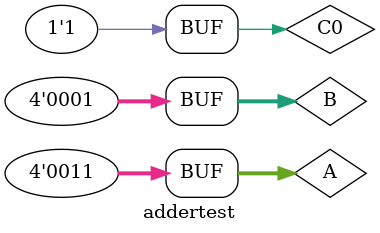
<source format=v>
module addertest;

 reg [3:0] A, B;
 reg C0;

 wire [3:0] S;
 wire C4;

 ripple_carry_4_bit_adder AT (S, C4, A, B, C0);

 initial
  begin

   C0 = 1'b0;
   A = 4'b0000;
   B = 4'b0011;

   repeat (15)
     #10 A = A + 1'b1;

   #10
     C0 = 1'b0;
     A = 4'b0011;
     B = 4'b0000;

   repeat (15)
     #10 B = B + 1'b1;
     
     
    #10
      C0 = 1'b1;
      A = 4'b0000;
      B = 4'b0011;
    
    repeat (15)
     #10 A = A + 1'b1;
 
      
    #10
      C0 = 1'b1;
      A = 4'b0011;
      B = 4'b0000;      
      
    repeat (15);
     #10 B = B + 1'b1;
       
  end

 initial
   $monitor("A = %4b, B = %4b, C0 = %b, S = %4b, C4 = %b", A, B, C0, S, C4);

endmodule
</source>
